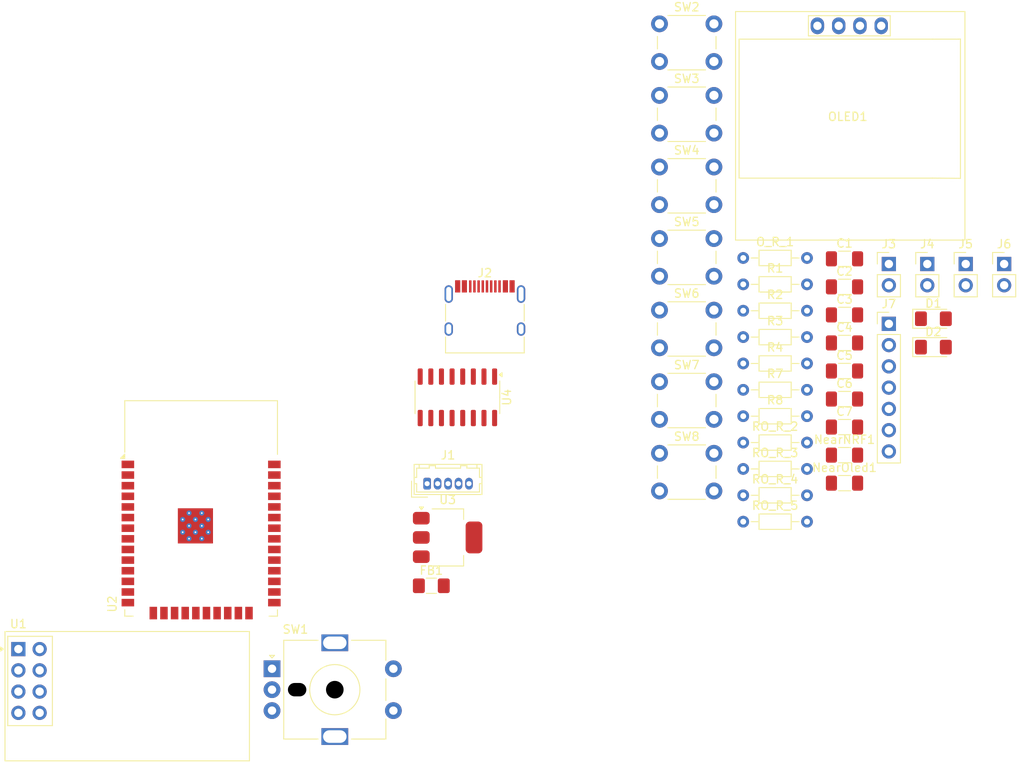
<source format=kicad_pcb>
(kicad_pcb (version 20241229) (generator "pcbnew") (generator_version "9.0")
  (layers (0 "F.Cu" signal) (2 "B.Cu" signal) (13 "F.Paste" user) (15 "B.Paste" user) (5 "F.SilkS" user "F.Silkscreen") (7 "B.SilkS" user "B.Silkscreen") (1 "F.Mask" user) (3 "B.Mask" user) (25 "Edge.Cuts" user))
  (net 0 "")
  (net 1 "GND")
  (net 2 "Net-(J2-SHIELD)")
  (net 3 "Net-(D1-A)")
  (net 4 "Net-(D2-A)")
  (net 5 "SET12")
  (net 6 "TXD12")
  (net 7 "RXD12")
  (net 8 "+5V")
  (net 9 "UD+")
  (net 10 "Net-(J2-CC1)")
  (net 11 "UD-")
  (net 13 "Net-(J2-CC2)")
  (net 15 "SCL")
  (net 16 "SDA")
  (net 17 "GP21")
  (net 18 "GP22")
  (net 19 "GP25")
  (net 29 "RST")
  (net 35 "MISO")
  (net 37 "RX")
  (net 38 "MOSI")
  (net 39 "GP5")
  (net 40 "GP12")
  (net 44 "IO2")
  (net 49 "IO0")
  (net 50 "SCK")
  (net 55 "TX")
  (net 58 "+3V3")
  (net 62 "Net-(J7-Pin_3)")
  (net 63 "Net-(J7-Pin_4)")
  (net 64 "Net-(U4-V3)")
  (net 65 "Net-(J7-Pin_1)")
  (net 66 "TXD")
  (net 67 "Net-(J7-Pin_5)")
  (net 69 "Net-(J7-Pin_2)")
  (net 70 "RXD")
  (net 71 "RS232")
  (net 72 "Net-(J7-Pin_6)")
  (footprint "Resistor_THT:R_Axial_DIN0204_L3.6mm_D1.6mm_P7.62mm_Horizontal" (layer "F.Cu") (at 201.04 64.13)
    (property "Reference" "R3" (at 3.81 -1.92 0) (layer "F.SilkS"))
    (property "Value" "330R")
    (pad "1" thru_hole circle (at 0 0) (size 1.4 1.4) (drill 0.7) (layers "*.Cu" "*.Mask") (net 3 "Net-(D1-A)"))
    (pad "2" thru_hole oval (at 7.62 0) (size 1.4 1.4) (drill 0.7) (layers "*.Cu" "*.Mask") (net 58 "+3V3"))
  )
  (footprint "RF_Module:ESP32-WROOM-32" (layer "F.Cu") (at 136.28 87.59)
    (property "Reference" "U2" (at -10.61 8.43 90) (layer "F.SilkS"))
    (property "Value" "ESP32-WROOM-32")
    (pad "1" smd rect (at -8.75 -8.25) (size 1.5 0.9) (layers "F.Cu" "F.Mask" "F.Paste") (net 1 "GND"))
    (pad "2" smd rect (at -8.75 -6.98) (size 1.5 0.9) (layers "F.Cu" "F.Mask" "F.Paste") (net 58 "+3V3"))
    (pad "3" smd rect (at -8.75 -5.71) (size 1.5 0.9) (layers "F.Cu" "F.Mask" "F.Paste") (net 29 "RST"))
    (pad "4" smd rect (at -8.75 -4.44) (size 1.5 0.9) (layers "F.Cu" "F.Mask" "F.Paste"))
    (pad "5" smd rect (at -8.75 -3.17) (size 1.5 0.9) (layers "F.Cu" "F.Mask" "F.Paste"))
    (pad "6" smd rect (at -8.75 -1.9) (size 1.5 0.9) (layers "F.Cu" "F.Mask" "F.Paste"))
    (pad "7" smd rect (at -8.75 -0.63) (size 1.5 0.9) (layers "F.Cu" "F.Mask" "F.Paste"))
    (pad "8" smd rect (at -8.75 0.64) (size 1.5 0.9) (layers "F.Cu" "F.Mask" "F.Paste"))
    (pad "9" smd rect (at -8.75 1.91) (size 1.5 0.9) (layers "F.Cu" "F.Mask" "F.Paste"))
    (pad "10" smd rect (at -8.75 3.18) (size 1.5 0.9) (layers "F.Cu" "F.Mask" "F.Paste") (net 19 "GP25"))
    (pad "11" smd rect (at -8.75 4.45) (size 1.5 0.9) (layers "F.Cu" "F.Mask" "F.Paste"))
    (pad "12" smd rect (at -8.75 5.72) (size 1.5 0.9) (layers "F.Cu" "F.Mask" "F.Paste"))
    (pad "13" smd rect (at -8.75 6.99) (size 1.5 0.9) (layers "F.Cu" "F.Mask" "F.Paste"))
    (pad "14" smd rect (at -8.75 8.26) (size 1.5 0.9) (layers "F.Cu" "F.Mask" "F.Paste") (net 40 "GP12"))
    (pad "15" smd rect (at -5.71 9.51 90) (size 1.5 0.9) (layers "F.Cu" "F.Mask" "F.Paste") (net 1 "GND"))
    (pad "16" smd rect (at -4.44 9.51 90) (size 1.5 0.9) (layers "F.Cu" "F.Mask" "F.Paste"))
    (pad "17" smd rect (at -3.17 9.51 90) (size 1.5 0.9) (layers "F.Cu" "F.Mask" "F.Paste"))
    (pad "18" smd rect (at -1.9 9.51 90) (size 1.5 0.9) (layers "F.Cu" "F.Mask" "F.Paste"))
    (pad "19" smd rect (at -0.63 9.51 90) (size 1.5 0.9) (layers "F.Cu" "F.Mask" "F.Paste"))
    (pad "20" smd rect (at 0.64 9.51 90) (size 1.5 0.9) (layers "F.Cu" "F.Mask" "F.Paste") (net 50 "SCK"))
    (pad "21" smd rect (at 1.91 9.51 90) (size 1.5 0.9) (layers "F.Cu" "F.Mask" "F.Paste"))
    (pad "22" smd rect (at 3.18 9.51 90) (size 1.5 0.9) (layers "F.Cu" "F.Mask" "F.Paste"))
    (pad "23" smd rect (at 4.45 9.51 90) (size 1.5 0.9) (layers "F.Cu" "F.Mask" "F.Paste"))
    (pad "24" smd rect (at 5.72 9.51 90) (size 1.5 0.9) (layers "F.Cu" "F.Mask" "F.Paste") (net 44 "IO2"))
    (pad "25" smd rect (at 8.75 8.26) (size 1.5 0.9) (layers "F.Cu" "F.Mask" "F.Paste") (net 49 "IO0"))
    (pad "26" smd rect (at 8.75 6.99) (size 1.5 0.9) (layers "F.Cu" "F.Mask" "F.Paste"))
    (pad "27" smd rect (at 8.75 5.72) (size 1.5 0.9) (layers "F.Cu" "F.Mask" "F.Paste") (net 7 "RXD12"))
    (pad "28" smd rect (at 8.75 4.45) (size 1.5 0.9) (layers "F.Cu" "F.Mask" "F.Paste") (net 6 "TXD12"))
    (pad "29" smd rect (at 8.75 3.18) (size 1.5 0.9) (layers "F.Cu" "F.Mask" "F.Paste") (net 39 "GP5"))
    (pad "30" smd rect (at 8.75 1.91) (size 1.5 0.9) (layers "F.Cu" "F.Mask" "F.Paste"))
    (pad "31" smd rect (at 8.75 0.64) (size 1.5 0.9) (layers "F.Cu" "F.Mask" "F.Paste") (net 35 "MISO"))
    (pad "32" smd rect (at 8.75 -0.63) (size 1.5 0.9) (layers "F.Cu" "F.Mask" "F.Paste"))
    (pad "33" smd rect (at 8.75 -1.9) (size 1.5 0.9) (layers "F.Cu" "F.Mask" "F.Paste") (net 17 "GP21"))
    (pad "34" smd rect (at 8.75 -3.17) (size 1.5 0.9) (layers "F.Cu" "F.Mask" "F.Paste") (net 37 "RX"))
    (pad "35" smd rect (at 8.75 -4.44) (size 1.5 0.9) (layers "F.Cu" "F.Mask" "F.Paste") (net 55 "TX"))
    (pad "36" smd rect (at 8.75 -5.71) (size 1.5 0.9) (layers "F.Cu" "F.Mask" "F.Paste") (net 18 "GP22"))
    (pad "37" smd rect (at 8.75 -6.98) (size 1.5 0.9) (layers "F.Cu" "F.Mask" "F.Paste") (net 38 "MOSI"))
    (pad "38" smd rect (at 8.75 -8.25) (size 1.5 0.9) (layers "F.Cu" "F.Mask" "F.Paste") (net 1 "GND"))
    (pad "39" smd rect (at -2.205 -2.435) (size 1.05 1.05) (layers "F.Cu" "F.Paste") (net 1 "GND"))
    (pad "39" thru_hole circle (at -2.205 -1.6725) (size 0.6 0.6) (drill 0.2) (property pad_prop_heatsink) (layers "*.Cu" "F.Mask") (net 1 "GND"))
    (pad "39" smd rect (at -2.205 -0.91) (size 1.05 1.05) (layers "F.Cu" "F.Paste") (net 1 "GND"))
    (pad "39" thru_hole circle (at -2.205 -0.1475) (size 0.6 0.6) (drill 0.2) (property pad_prop_heatsink) (layers "*.Cu" "F.Mask") (net 1 "GND"))
    (pad "39" smd rect (at -2.205 0.615) (size 1.05 1.05) (layers "F.Cu" "F.Paste") (net 1 "GND"))
    (pad "39" thru_hole circle (at -1.4425 -2.435) (size 0.6 0.6) (drill 0.2) (property pad_prop_heatsink) (layers "*.Cu" "F.Mask") (net 1 "GND"))
    (pad "39" thru_hole circle (at -1.4425 -0.91) (size 0.6 0.6) (drill 0.2) (property pad_prop_heatsink) (layers "*.Cu" "F.Mask") (net 1 "GND"))
    (pad "39" thru_hole circle (at -1.4425 0.615) (size 0.6 0.6) (drill 0.2) (property pad_prop_heatsink) (layers "*.Cu" "F.Mask") (net 1 "GND"))
    (pad "39" smd rect (at -0.68 -2.435) (size 1.05 1.05) (layers "F.Cu" "F.Paste") (net 1 "GND"))
    (pad "39" thru_hole circle (at -0.68 -1.6725) (size 0.6 0.6) (drill 0.2) (property pad_prop_heatsink) (layers "*.Cu" "F.Mask") (net 1 "GND"))
    (pad "39" smd rect (at -0.68 -0.91) (size 1.05 1.05) (layers "F.Cu" "F.Paste") (net 1 "GND"))
    (pad "39" smd rect (at -0.68 -0.91) (size 4.2 4.2) (property pad_prop_heatsink) (layers "F.Cu" "F.Mask") (net 1 "GND"))
    (pad "39" thru_hole circle (at -0.68 -0.1475) (size 0.6 0.6) (drill 0.2) (property pad_prop_heatsink) (layers "*.Cu" "F.Mask") (net 1 "GND"))
    (pad "39" smd rect (at -0.68 0.615) (size 1.05 1.05) (layers "F.Cu" "F.Paste") (net 1 "GND"))
    (pad "39" thru_hole circle (at 0.0825 -2.435) (size 0.6 0.6) (drill 0.2) (property pad_prop_heatsink) (layers "*.Cu" "F.Mask") (net 1 "GND"))
    (pad "39" thru_hole circle (at 0.0825 -0.91) (size 0.6 0.6) (drill 0.2) (property pad_prop_heatsink) (layers "*.Cu" "F.Mask") (net 1 "GND"))
    (pad "39" thru_hole circle (at 0.0825 0.615) (size 0.6 0.6) (drill 0.2) (property pad_prop_heatsink) (layers "*.Cu" "F.Mask") (net 1 "GND"))
    (pad "39" smd rect (at 0.845 -2.435) (size 1.05 1.05) (layers "F.Cu" "F.Paste") (net 1 "GND"))
    (pad "39" thru_hole circle (at 0.845 -1.6725) (size 0.6 0.6) (drill 0.2) (property pad_prop_heatsink) (layers "*.Cu" "F.Mask") (net 1 "GND"))
    (pad "39" smd rect (at 0.845 -0.91) (size 1.05 1.05) (layers "F.Cu" "F.Paste") (net 1 "GND"))
    (pad "39" thru_hole circle (at 0.845 -0.1475) (size 0.6 0.6) (drill 0.2) (property pad_prop_heatsink) (layers "*.Cu" "F.Mask") (net 1 "GND"))
    (pad "39" smd rect (at 0.845 0.615) (size 1.05 1.05) (layers "F.Cu" "F.Paste") (net 1 "GND"))
  )
  (footprint "Capacitor_SMD:C_1206_3216Metric_Pad1.33x1.80mm_HandSolder" (layer "F.Cu") (at 213.14 81.58)
    (property "Reference" "NearOled1" (at 0 -1.85 0) (layer "F.SilkS"))
    (property "Value" "22uF")
    (pad "1" smd roundrect (at -1.5625 0) (size 1.325 1.8) (layers "F.Cu" "F.Mask" "F.Paste") (roundrect_rratio 0.188679) (net 58 "+3V3"))
    (pad "2" smd roundrect (at 1.5625 0) (size 1.325 1.8) (layers "F.Cu" "F.Mask" "F.Paste") (roundrect_rratio 0.188679) (net 1 "GND"))
  )
  (footprint "Connector_PinHeader_2.54mm:PinHeader_1x02_P2.54mm_Vertical" (layer "F.Cu") (at 223.03 55.4)
    (property "Reference" "J4" (at 0 -2.38 0) (layer "F.SilkS"))
    (property "Value" "config")
    (pad "1" thru_hole rect (at 0 0) (size 1.7 1.7) (drill 1) (layers "*.Cu" "*.Mask") (net 37 "RX"))
    (pad "2" thru_hole circle (at 0 2.54) (size 1.7 1.7) (drill 1) (layers "*.Cu" "*.Mask") (net 55 "TX"))
  )
  (footprint "Connector_PinHeader_2.54mm:PinHeader_1x02_P2.54mm_Vertical" (layer "F.Cu") (at 218.44 55.4)
    (property "Reference" "J3" (at 0 -2.38 0) (layer "F.SilkS"))
    (property "Value" "seting")
    (pad "1" thru_hole rect (at 0 0) (size 1.7 1.7) (drill 1) (layers "*.Cu" "*.Mask") (net 37 "RX"))
    (pad "2" thru_hole circle (at 0 2.54) (size 1.7 1.7) (drill 1) (layers "*.Cu" "*.Mask") (net 55 "TX"))
  )
  (footprint "Package_TO_SOT_SMD:SOT-223-3_TabPin2" (layer "F.Cu") (at 165.73 88.065)
    (property "Reference" "U3" (at 0 -4.5 0) (layer "F.SilkS"))
    (property "Value" "AMS1117-3.3")
    (pad "1" smd roundrect (at -3.15 -2.3) (size 2 1.5) (layers "F.Cu" "F.Mask" "F.Paste") (net 1 "GND"))
    (pad "2" smd roundrect (at -3.15 0) (size 2 1.5) (layers "F.Cu" "F.Mask" "F.Paste") (net 58 "+3V3"))
    (pad "2" smd roundrect (at 3.15 0) (size 2 3.8) (layers "F.Cu" "F.Mask" "F.Paste") (net 58 "+3V3"))
    (pad "3" smd roundrect (at -3.15 2.3) (size 2 1.5) (layers "F.Cu" "F.Mask" "F.Paste") (net 8 "+5V"))
  )
  (footprint "Resistor_THT:R_Axial_DIN0204_L3.6mm_D1.6mm_P7.62mm_Horizontal" (layer "F.Cu") (at 201.04 76.73)
    (property "Reference" "RO_R_2" (at 3.81 -1.92 0) (layer "F.SilkS"))
    (property "Value" "4.8K")
    (pad "1" thru_hole circle (at 0 0) (size 1.4 1.4) (drill 0.7) (layers "*.Cu" "*.Mask") (net 15 "SCL"))
    (pad "2" thru_hole oval (at 7.62 0) (size 1.4 1.4) (drill 0.7) (layers "*.Cu" "*.Mask") (net 58 "+3V3"))
  )
  (footprint "Connector_Hirose:Hirose_DF13-05P-1.25DSA_1x05_P1.25mm_Vertical" (layer "F.Cu") (at 163.28 81.64)
    (property "Reference" "J1" (at 2.5 -3.4 0) (layer "F.SilkS"))
    (property "Value" "hc 12")
    (pad "1" thru_hole roundrect (at 0 0) (size 0.9 1.4) (drill 0.6) (layers "*.Cu" "*.Mask") (net 58 "+3V3"))
    (pad "2" thru_hole oval (at 1.25 0) (size 0.9 1.4) (drill 0.6) (layers "*.Cu" "*.Mask") (net 1 "GND"))
    (pad "3" thru_hole oval (at 2.5 0) (size 0.9 1.4) (drill 0.6) (layers "*.Cu" "*.Mask") (net 7 "RXD12"))
    (pad "4" thru_hole oval (at 3.75 0) (size 0.9 1.4) (drill 0.6) (layers "*.Cu" "*.Mask") (net 6 "TXD12"))
    (pad "5" thru_hole oval (at 5 0) (size 0.9 1.4) (drill 0.6) (layers "*.Cu" "*.Mask") (net 5 "SET12"))
  )
  (footprint "Button_Switch_THT:SW_PUSH_6mm" (layer "F.Cu") (at 191.04 52.36)
    (property "Reference" "SW5" (at 3.25 -2 0) (layer "F.SilkS"))
    (property "Value" "SW_Push_45deg")
    (pad "1" thru_hole circle (at 0 0 90) (size 2 2) (drill 1.1) (layers "*.Cu" "*.Mask"))
    (pad "1" thru_hole circle (at 6.5 0 90) (size 2 2) (drill 1.1) (layers "*.Cu" "*.Mask"))
    (pad "2" thru_hole circle (at 0 4.5 90) (size 2 2) (drill 1.1) (layers "*.Cu" "*.Mask"))
    (pad "2" thru_hole circle (at 6.5 4.5 90) (size 2 2) (drill 1.1) (layers "*.Cu" "*.Mask"))
  )
  (footprint "Resistor_THT:R_Axial_DIN0204_L3.6mm_D1.6mm_P7.62mm_Horizontal" (layer "F.Cu") (at 201.04 73.58)
    (property "Reference" "R8" (at 3.81 -1.92 0) (layer "F.SilkS"))
    (property "Value" "5.1K")
    (pad "1" thru_hole circle (at 0 0) (size 1.4 1.4) (drill 0.7) (layers "*.Cu" "*.Mask") (net 10 "Net-(J2-CC1)"))
    (pad "2" thru_hole oval (at 7.62 0) (size 1.4 1.4) (drill 0.7) (layers "*.Cu" "*.Mask") (net 1 "GND"))
  )
  (footprint "Resistor_THT:R_Axial_DIN0204_L3.6mm_D1.6mm_P7.62mm_Horizontal" (layer "F.Cu") (at 201.04 83.03)
    (property "Reference" "RO_R_4" (at 3.81 -1.92 0) (layer "F.SilkS"))
    (property "Value" "4.8K")
    (pad "1" thru_hole circle (at 0 0) (size 1.4 1.4) (drill 0.7) (layers "*.Cu" "*.Mask") (net 18 "GP22"))
    (pad "2" thru_hole oval (at 7.62 0) (size 1.4 1.4) (drill 0.7) (layers "*.Cu" "*.Mask") (net 58 "+3V3"))
  )
  (footprint "Package_SO:SOIC-16_3.9x9.9mm_P1.27mm" (layer "F.Cu") (at 166.895 71.325 -90)
    (property "Reference" "U4" (at 0 -5.9 90) (layer "F.SilkS"))
    (property "Value" "CH340C")
    (pad "1" smd roundrect (at -2.475 -4.445 270) (size 1.95 0.6) (layers "F.Cu" "F.Mask" "F.Paste") (net 1 "GND"))
    (pad "2" smd roundrect (at -2.475 -3.175 270) (size 1.95 0.6) (layers "F.Cu" "F.Mask" "F.Paste") (net 70 "RXD"))
    (pad "3" smd roundrect (at -2.475 -1.905 270) (size 1.95 0.6) (layers "F.Cu" "F.Mask" "F.Paste") (net 66 "TXD"))
    (pad "4" smd roundrect (at -2.475 -0.635 270) (size 1.95 0.6) (layers "F.Cu" "F.Mask" "F.Paste") (net 64 "Net-(U4-V3)"))
    (pad "5" smd roundrect (at -2.475 0.635 270) (size 1.95 0.6) (layers "F.Cu" "F.Mask" "F.Paste") (net 9 "UD+"))
    (pad "6" smd roundrect (at -2.475 1.905 270) (size 1.95 0.6) (layers "F.Cu" "F.Mask" "F.Paste") (net 11 "UD-"))
    (pad "7" smd roundrect (at -2.475 3.175 270) (size 1.95 0.6) (layers "F.Cu" "F.Mask" "F.Paste"))
    (pad "8" smd roundrect (at -2.475 4.445 270) (size 1.95 0.6) (layers "F.Cu" "F.Mask" "F.Paste"))
    (pad "9" smd roundrect (at 2.475 4.445 270) (size 1.95 0.6) (layers "F.Cu" "F.Mask" "F.Paste") (net 65 "Net-(J7-Pin_1)"))
    (pad "10" smd roundrect (at 2.475 3.175 270) (size 1.95 0.6) (layers "F.Cu" "F.Mask" "F.Paste") (net 69 "Net-(J7-Pin_2)"))
    (pad "11" smd roundrect (at 2.475 1.905 270) (size 1.95 0.6) (layers "F.Cu" "F.Mask" "F.Paste") (net 62 "Net-(J7-Pin_3)"))
    (pad "12" smd roundrect (at 2.475 0.635 270) (size 1.95 0.6) (layers "F.Cu" "F.Mask" "F.Paste") (net 63 "Net-(J7-Pin_4)"))
    (pad "13" smd roundrect (at 2.475 -0.635 270) (size 1.95 0.6) (layers "F.Cu" "F.Mask" "F.Paste") (net 67 "Net-(J7-Pin_5)"))
    (pad "14" smd roundrect (at 2.475 -1.905 270) (size 1.95 0.6) (layers "F.Cu" "F.Mask" "F.Paste") (net 72 "Net-(J7-Pin_6)"))
    (pad "15" smd roundrect (at 2.475 -3.175 270) (size 1.95 0.6) (layers "F.Cu" "F.Mask" "F.Paste") (net 71 "RS232"))
    (pad "16" smd roundrect (at 2.475 -4.445 270) (size 1.95 0.6) (layers "F.Cu" "F.Mask" "F.Paste") (net 58 "+3V3"))
  )
  (footprint "Inductor_SMD:L_1206_3216Metric_Pad1.42x1.75mm_HandSolder" (layer "F.Cu") (at 163.78 93.84)
    (property "Reference" "FB1" (at 0 -1.83 0) (layer "F.SilkS"))
    (property "Value" "FerriteBead")
    (pad "1" smd roundrect (at -1.4875 0) (size 1.425 1.75) (layers "F.Cu" "F.Mask" "F.Paste") (roundrect_rratio 0.175439) (net 2 "Net-(J2-SHIELD)"))
    (pad "2" smd roundrect (at 1.4875 0) (size 1.425 1.75) (layers "F.Cu" "F.Mask" "F.Paste") (roundrect_rratio 0.175439) (net 1 "GND"))
  )
  (footprint "Capacitor_SMD:C_1206_3216Metric_Pad1.33x1.80mm_HandSolder" (layer "F.Cu") (at 213.14 54.78)
    (property "Reference" "C1" (at 0 -1.85 0) (layer "F.SilkS"))
    (property "Value" "0.1uF")
    (pad "1" smd roundrect (at -1.5625 0) (size 1.325 1.8) (layers "F.Cu" "F.Mask" "F.Paste") (roundrect_rratio 0.188679) (net 29 "RST"))
    (pad "2" smd roundrect (at 1.5625 0) (size 1.325 1.8) (layers "F.Cu" "F.Mask" "F.Paste") (roundrect_rratio 0.188679) (net 1 "GND"))
  )
  (footprint "RF_Module:nRF24L01_Breakout" (layer "F.Cu") (at 114.451 101.4)
    (property "Reference" "U1" (at 0 -3 0) (layer "F.SilkS"))
    (property "Value" "NRF24L01_Breakout")
    (pad "1" thru_hole rect (at 0 0) (size 1.7 1.7) (drill 1) (layers "*.Cu" "*.Mask") (net 1 "GND"))
    (pad "2" thru_hole circle (at 2.54 0) (size 1.7 1.7) (drill 1) (layers "*.Cu" "*.Mask") (net 58 "+3V3"))
    (pad "3" thru_hole circle (at 0 2.54) (size 1.7 1.7) (drill 1) (layers "*.Cu" "*.Mask") (net 40 "GP12"))
    (pad "4" thru_hole circle (at 2.54 2.54) (size 1.7 1.7) (drill 1) (layers "*.Cu" "*.Mask") (net 39 "GP5"))
    (pad "5" thru_hole circle (at 0 5.08) (size 1.7 1.7) (drill 1) (layers "*.Cu" "*.Mask") (net 50 "SCK"))
    (pad "6" thru_hole circle (at 2.54 5.08) (size 1.7 1.7) (drill 1) (layers "*.Cu" "*.Mask") (net 38 "MOSI"))
    (pad "7" thru_hole circle (at 0 7.62) (size 1.7 1.7) (drill 1) (layers "*.Cu" "*.Mask") (net 35 "MISO"))
    (pad "8" thru_hole circle (at 2.54 7.62) (size 1.7 1.7) (drill 1) (layers "*.Cu" "*.Mask"))
  )
  (footprint "Resistor_THT:R_Axial_DIN0204_L3.6mm_D1.6mm_P7.62mm_Horizontal" (layer "F.Cu") (at 201.04 67.28)
    (property "Reference" "R4" (at 3.81 -1.92 0) (layer "F.SilkS"))
    (property "Value" "1K")
    (pad "1" thru_hole circle (at 0 0) (size 1.4 1.4) (drill 0.7) (layers "*.Cu" "*.Mask") (net 4 "Net-(D2-A)"))
    (pad "2" thru_hole oval (at 7.62 0) (size 1.4 1.4) (drill 0.7) (layers "*.Cu" "*.Mask") (net 8 "+5V"))
  )
  (footprint "Connector_PinHeader_2.54mm:PinHeader_1x02_P2.54mm_Vertical" (layer "F.Cu") (at 227.62 55.4)
    (property "Reference" "J5" (at 0 -2.38 0) (layer "F.SilkS"))
    (property "Value" "seting")
    (pad "1" thru_hole rect (at 0 0) (size 1.7 1.7) (drill 1) (layers "*.Cu" "*.Mask") (net 66 "TXD"))
    (pad "2" thru_hole circle (at 0 2.54) (size 1.7 1.7) (drill 1) (layers "*.Cu" "*.Mask") (net 66 "TXD"))
  )
  (footprint "Capacitor_SMD:C_1206_3216Metric_Pad1.33x1.80mm_HandSolder" (layer "F.Cu") (at 213.14 68.18)
    (property "Reference" "C5" (at 0 -1.85 0) (layer "F.SilkS"))
    (property "Value" "22uF")
    (pad "1" smd roundrect (at -1.5625 0) (size 1.325 1.8) (layers "F.Cu" "F.Mask" "F.Paste") (roundrect_rratio 0.188679) (net 8 "+5V"))
    (pad "2" smd roundrect (at 1.5625 0) (size 1.325 1.8) (layers "F.Cu" "F.Mask" "F.Paste") (roundrect_rratio 0.188679) (net 1 "GND"))
  )
  (footprint "Button_Switch_THT:SW_PUSH_6mm" (layer "F.Cu") (at 191.04 78.01)
    (property "Reference" "SW8" (at 3.25 -2 0) (layer "F.SilkS"))
    (property "Value" "RESET")
    (pad "1" thru_hole circle (at 0 0 90) (size 2 2) (drill 1.1) (layers "*.Cu" "*.Mask") (net 1 "GND"))
    (pad "1" thru_hole circle (at 6.5 0 90) (size 2 2) (drill 1.1) (layers "*.Cu" "*.Mask") (net 1 "GND"))
    (pad "2" thru_hole circle (at 0 4.5 90) (size 2 2) (drill 1.1) (layers "*.Cu" "*.Mask") (net 49 "IO0"))
    (pad "2" thru_hole circle (at 6.5 4.5 90) (size 2 2) (drill 1.1) (layers "*.Cu" "*.Mask") (net 49 "IO0"))
  )
  (footprint "Connector_USB:USB_C_Receptacle_HRO_TYPE-C-31-M-12" (layer "F.Cu") (at 170.18 62.12)
    (property "Reference" "J2" (at 0 -5.645 0) (layer "F.SilkS"))
    (property "Value" "USB_C_Receptacle_USB2.0_16P")
    (pad "" np_thru_hole circle (at -2.89 -2.6) (size 0.65 0.65) (drill 0.65) (layers "*.Cu" "*.Mask"))
    (pad "" np_thru_hole circle (at 2.89 -2.6) (size 0.65 0.65) (drill 0.65) (layers "*.Cu" "*.Mask"))
    (pad "A1" smd rect (at -3.25 -4.045) (size 0.6 1.45) (layers "F.Cu" "F.Mask" "F.Paste") (net 1 "GND"))
    (pad "A4" smd rect (at -2.45 -4.045) (size 0.6 1.45) (layers "F.Cu" "F.Mask" "F.Paste") (net 8 "+5V"))
    (pad "A5" smd rect (at -1.25 -4.045) (size 0.3 1.45) (layers "F.Cu" "F.Mask" "F.Paste") (net 10 "Net-(J2-CC1)"))
    (pad "A6" smd rect (at -0.25 -4.045) (size 0.3 1.45) (layers "F.Cu" "F.Mask" "F.Paste") (net 9 "UD+"))
    (pad "A7" smd rect (at 0.25 -4.045) (size 0.3 1.45) (layers "F.Cu" "F.Mask" "F.Paste") (net 11 "UD-"))
    (pad "A8" smd rect (at 1.25 -4.045) (size 0.3 1.45) (layers "F.Cu" "F.Mask" "F.Paste"))
    (pad "A9" smd rect (at 2.45 -4.045) (size 0.6 1.45) (layers "F.Cu" "F.Mask" "F.Paste") (net 8 "+5V"))
    (pad "A12" smd rect (at 3.25 -4.045) (size 0.6 1.45) (layers "F.Cu" "F.Mask" "F.Paste") (net 1 "GND"))
    (pad "B1" smd rect (at 3.25 -4.045) (size 0.6 1.45) (layers "F.Cu" "F.Mask" "F.Paste") (net 1 "GND"))
    (pad "B4" smd rect (at 2.45 -4.045) (size 0.6 1.45) (layers "F.Cu" "F.Mask" "F.Paste") (net 8 "+5V"))
    (pad "B5" smd rect (at 1.75 -4.045) (size 0.3 1.45) (layers "F.Cu" "F.Mask" "F.Paste") (net 13 "Net-(J2-CC2)"))
    (pad "B6" smd rect (at 0.75 -4.045) (size 0.3 1.45) (layers "F.Cu" "F.Mask" "F.Paste") (net 9 "UD+"))
    (pad "B7" smd rect (at -0.75 -4.045) (size 0.3 1.45) (layers "F.Cu" "F.Mask" "F.Paste") (net 11 "UD-"))
    (pad "B8" smd rect (at -1.75 -4.045) (size 0.3 1.45) (layers "F.Cu" "F.Mask" "F.Paste"))
    (pad "B9" smd rect (at -2.45 -4.045) (size 0.6 1.45) (layers "F.Cu" "F.Mask" "F.Paste") (net 8 "+5V"))
    (pad "B12" smd rect (at -3.25 -4.045) (size 0.6 1.45) (layers "F.Cu" "F.Mask" "F.Paste") (net 1 "GND"))
    (pad "S1" thru_hole oval (at -4.32 -3.13) (size 1 2.1) (drill oval 0.6 1.7) (property pad_prop_heatsink) (layers "*.Cu" "*.Mask") (net 2 "Net-(J2-SHIELD)"))
    (pad "S1" thru_hole oval (at -4.32 1.05) (size 1 1.6) (drill oval 0.6 1.2) (property pad_prop_heatsink) (layers "*.Cu" "*.Mask") (net 2 "Net-(J2-SHIELD)"))
    (pad "S1" thru_hole oval (at 4.32 -3.13) (size 1 2.1) (drill oval 0.6 1.7) (property pad_prop_heatsink) (layers "*.Cu" "*.Mask") (net 2 "Net-(J2-SHIELD)"))
    (pad "S1" thru_hole oval (at 4.32 1.05) (size 1 1.6) (drill oval 0.6 1.2) (property pad_prop_heatsink) (layers "*.Cu" "*.Mask") (net 2 "Net-(J2-SHIELD)"))
  )
  (footprint "Resistor_THT:R_Axial_DIN0204_L3.6mm_D1.6mm_P7.62mm_Horizontal" (layer "F.Cu") (at 201.04 86.18)
    (property "Reference" "RO_R_5" (at 3.81 -1.92 0) (layer "F.SilkS"))
    (property "Value" "4.8K")
    (pad "1" thru_hole circle (at 0 0) (size 1.4 1.4) (drill 0.7) (layers "*.Cu" "*.Mask") (net 19 "GP25"))
    (pad "2" thru_hole oval (at 7.62 0) (size 1.4 1.4) (drill 0.7) (layers "*.Cu" "*.Mask") (net 58 "+3V3"))
  )
  (footprint "Rotary_Encoder:RotaryEncoder_Alps_EC11E-Switch_Vertical_H20mm_MountingHoles" (layer "F.Cu") (at 144.75 103.75)
    (property "Reference" "SW1" (at 2.8 -4.7 0) (layer "F.SilkS"))
    (property "Value" "RE")
    (pad "" np_thru_hole oval (at 3 2.5) (size 2.2 1.6) (drill oval 2.2 1.6) (layers "*.Mask"))
    (pad "" np_thru_hole circle (at 7.5 2.5) (size 2.1 2.1) (drill 2.1) (layers "*.Mask"))
    (pad "A" thru_hole rect (at 0 0) (size 2 2) (drill 1) (layers "*.Cu" "*.Mask") (net 18 "GP22"))
    (pad "B" thru_hole circle (at 0 5) (size 2 2) (drill 1) (layers "*.Cu" "*.Mask") (net 19 "GP25"))
    (pad "C" thru_hole circle (at 0 2.5) (size 2 2) (drill 1) (layers "*.Cu" "*.Mask") (net 1 "GND"))
    (pad "MP" thru_hole rect (at 7.5 -3.1) (size 3.2 2) (drill oval 2.8 1.5) (layers "*.Cu" "*.Mask") (net 1 "GND"))
    (pad "MP" thru_hole rect (at 7.5 8.1) (size 3.2 2) (drill oval 2.8 1.5) (layers "*.Cu" "*.Mask") (net 1 "GND"))
    (pad "S1" thru_hole circle (at 14.5 5) (size 2 2) (drill 1) (layers "*.Cu" "*.Mask") (net 17 "GP21"))
    (pad "S2" thru_hole circle (at 14.5 0) (size 2 2) (drill 1) (layers "*.Cu" "*.Mask") (net 1 "GND"))
  )
  (footprint "Button_Switch_THT:SW_PUSH_6mm" (layer "F.Cu") (at 191.04 60.91)
    (property "Reference" "SW6" (at 3.25 -2 0) (layer "F.SilkS"))
    (property "Value" "SW_Push_45deg")
    (pad "1" thru_hole circle (at 0 0 90) (size 2 2) (drill 1.1) (layers "*.Cu" "*.Mask"))
    (pad "1" thru_hole circle (at 6.5 0 90) (size 2 2) (drill 1.1) (layers "*.Cu" "*.Mask"))
    (pad "2" thru_hole circle (at 0 4.5 90) (size 2 2) (drill 1.1) (layers "*.Cu" "*.Mask"))
    (pad "2" thru_hole circle (at 6.5 4.5 90) (size 2 2) (drill 1.1) (layers "*.Cu" "*.Mask"))
  )
  (footprint "Resistor_THT:R_Axial_DIN0204_L3.6mm_D1.6mm_P7.62mm_Horizontal" (layer "F.Cu") (at 201.04 79.88)
    (property "Reference" "RO_R_3" (at 3.81 -1.92 0) (layer "F.SilkS"))
    (property "Value" "4.8K")
    (pad "1" thru_hole circle (at 0 0) (size 1.4 1.4) (drill 0.7) (layers "*.Cu" "*.Mask") (net 17 "GP21"))
    (pad "2" thru_hole oval (at 7.62 0) (size 1.4 1.4) (drill 0.7) (layers "*.Cu" "*.Mask") (net 58 "+3V3"))
  )
  (footprint "Capacitor_SMD:C_1206_3216Metric_Pad1.33x1.80mm_HandSolder" (layer "F.Cu") (at 213.14 58.13)
    (property "Reference" "C2" (at 0 -1.85 0) (layer "F.SilkS"))
    (property "Value" "0.1uF")
    (pad "1" smd roundrect (at -1.5625 0) (size 1.325 1.8) (layers "F.Cu" "F.Mask" "F.Paste") (roundrect_rratio 0.188679) (net 58 "+3V3"))
    (pad "2" smd roundrect (at 1.5625 0) (size 1.325 1.8) (layers "F.Cu" "F.Mask" "F.Paste") (roundrect_rratio 0.188679) (net 1 "GND"))
  )
  (footprint "Capacitor_SMD:C_1206_3216Metric_Pad1.33x1.80mm_HandSolder" (layer "F.Cu") (at 213.14 71.53)
    (property "Reference" "C6" (at 0 -1.85 0) (layer "F.SilkS"))
    (property "Value" "22uF")
    (pad "1" smd roundrect (at -1.5625 0) (size 1.325 1.8) (layers "F.Cu" "F.Mask" "F.Paste") (roundrect_rratio 0.188679) (net 58 "+3V3"))
    (pad "2" smd roundrect (at 1.5625 0) (size 1.325 1.8) (layers "F.Cu" "F.Mask" "F.Paste") (roundrect_rratio 0.188679) (net 1 "GND"))
  )
  (footprint "Button_Switch_THT:SW_PUSH_6mm" (layer "F.Cu") (at 191.04 35.26)
    (property "Reference" "SW3" (at 3.25 -2 0) (layer "F.SilkS"))
    (property "Value" "SW_Push_45deg")
    (pad "1" thru_hole circle (at 0 0 90) (size 2 2) (drill 1.1) (layers "*.Cu" "*.Mask"))
    (pad "1" thru_hole circle (at 6.5 0 90) (size 2 2) (drill 1.1) (layers "*.Cu" "*.Mask"))
    (pad "2" thru_hole circle (at 0 4.5 90) (size 2 2) (drill 1.1) (layers "*.Cu" "*.Mask"))
    (pad "2" thru_hole circle (at 6.5 4.5 90) (size 2 2) (drill 1.1) (layers "*.Cu" "*.Mask"))
  )
  (footprint "LED_SMD:LED_1206_3216Metric_Pad1.42x1.75mm_HandSolder" (layer "F.Cu") (at 223.755 61.94)
    (property "Reference" "D1" (at 0 -1.83 0) (layer "F.SilkS"))
    (property "Value" "LED")
    (pad "1" smd roundrect (at -1.4875 0) (size 1.425 1.75) (layers "F.Cu" "F.Mask" "F.Paste") (roundrect_rratio 0.175439) (net 1 "GND"))
    (pad "2" smd roundrect (at 1.4875 0) (size 1.425 1.75) (layers "F.Cu" "F.Mask" "F.Paste") (roundrect_rratio 0.175439) (net 3 "Net-(D1-A)"))
  )
  (footprint "Button_Switch_THT:SW_PUSH_6mm" (layer "F.Cu") (at 191.04 43.81)
    (property "Reference" "SW4" (at 3.25 -2 0) (layer "F.SilkS"))
    (property "Value" "SW_Push_45deg")
    (pad "1" thru_hole circle (at 0 0 90) (size 2 2) (drill 1.1) (layers "*.Cu" "*.Mask"))
    (pad "1" thru_hole circle (at 6.5 0 90) (size 2 2) (drill 1.1) (layers "*.Cu" "*.Mask"))
    (pad "2" thru_hole circle (at 0 4.5 90) (size 2 2) (drill 1.1) (layers "*.Cu" "*.Mask"))
    (pad "2" thru_hole circle (at 6.5 4.5 90) (size 2 2) (drill 1.1) (layers "*.Cu" "*.Mask"))
  )
  (footprint "Resistor_THT:R_Axial_DIN0204_L3.6mm_D1.6mm_P7.62mm_Horizontal" (layer "F.Cu") (at 201.04 54.68)
    (property "Reference" "O_R_1" (at 3.81 -1.92 0) (layer "F.SilkS"))
    (property "Value" "4.8K")
    (pad "1" thru_hole circle (at 0 0) (size 1.4 1.4) (drill 0.7) (layers "*.Cu" "*.Mask") (net 16 "SDA"))
    (pad "2" thru_hole oval (at 7.62 0) (size 1.4 1.4) (drill 0.7) (layers "*.Cu" "*.Mask") (net 58 "+3V3"))
  )
  (footprint "Capacitor_SMD:C_1206_3216Metric_Pad1.33x1.80mm_HandSolder" (layer "F.Cu") (at 213.14 74.88)
    (property "Reference" "C7" (at 0 -1.85 0) (layer "F.SilkS"))
    (property "Value" "22uF")
    (pad "1" smd roundrect (at -1.5625 0) (size 1.325 1.8) (layers "F.Cu" "F.Mask" "F.Paste") (roundrect_rratio 0.188679) (net 1 "GND"))
    (pad "2" smd roundrect (at 1.5625 0) (size 1.325 1.8) (layers "F.Cu" "F.Mask" "F.Paste") (roundrect_rratio 0.188679) (net 64 "Net-(U4-V3)"))
  )
  (footprint "Button_Switch_THT:SW_PUSH_6mm" (layer "F.Cu") (at 191.04 69.46)
    (property "Reference" "SW7" (at 3.25 -2 0) (layer "F.SilkS"))
    (property "Value" "RESET")
    (pad "1" thru_hole circle (at 0 0 90) (size 2 2) (drill 1.1) (layers "*.Cu" "*.Mask") (net 1 "GND"))
    (pad "1" thru_hole circle (at 6.5 0 90) (size 2 2) (drill 1.1) (layers "*.Cu" "*.Mask") (net 1 "GND"))
    (pad "2" thru_hole circle (at 0 4.5 90) (size 2 2) (drill 1.1) (layers "*.Cu" "*.Mask") (net 29 "RST"))
    (pad "2" thru_hole circle (at 6.5 4.5 90) (size 2 2) (drill 1.1) (layers "*.Cu" "*.Mask") (net 29 "RST"))
  )
  (footprint "Connector_PinHeader_2.54mm:PinHeader_1x02_P2.54mm_Vertical" (layer "F.Cu") (at 232.21 55.4)
    (property "Reference" "J6" (at 0 -2.38 0) (layer "F.SilkS"))
    (property "Value" "seting")
    (pad "1" thru_hole rect (at 0 0) (size 1.7 1.7) (drill 1) (layers "*.Cu" "*.Mask") (net 70 "RXD"))
    (pad "2" thru_hole circle (at 0 2.54) (size 1.7 1.7) (drill 1) (layers "*.Cu" "*.Mask") (net 70 "RXD"))
  )
  (footprint "SSD1306:128x64OLED" (layer "F.Cu") (at 213.525 37.545)
    (property "Reference" "OLED1" (at 0 0.254 0) (layer "F.SilkS"))
    (property "Value" "0.96\"")
    (pad "1" thru_hole oval (at -3.62 -10.6 90) (size 2 1.6) (drill 1) (layers "*.Cu" "*.Mask") (net 1 "GND"))
    (pad "2" thru_hole oval (at -1.08 -10.6 90) (size 2 1.6) (drill 1) (layers "*.Cu" "*.Mask") (net 58 "+3V3"))
    (pad "3" thru_hole oval (at 1.46 -10.6 90) (size 2 1.6) (drill 1) (layers "*.Cu" "*.Mask") (net 15 "SCL"))
    (pad "4" thru_hole oval (at 4 -10.6 90) (size 2 1.6) (drill 1) (layers "*.Cu" "*.Mask") (net 16 "SDA"))
  )
  (footprint "Connector_PinHeader_2.54mm:PinHeader_1x07_P2.54mm_Vertical" (layer "F.Cu") (at 218.44 62.55)
    (property "Reference" "J7" (at 0 -2.38 0) (layer "F.SilkS"))
    (property "Value" "Conn_01x07_Pin")
    (pad "1" thru_hole rect (at 0 0) (size 1.7 1.7) (drill 1) (layers "*.Cu" "*.Mask") (net 65 "Net-(J7-Pin_1)"))
    (pad "2" thru_hole circle (at 0 2.54) (size 1.7 1.7) (drill 1) (layers "*.Cu" "*.Mask") (net 69 "Net-(J7-Pin_2)"))
    (pad "3" thru_hole circle (at 0 5.08) (size 1.7 1.7) (drill 1) (layers "*.Cu" "*.Mask") (net 62 "Net-(J7-Pin_3)"))
    (pad "4" thru_hole circle (at 0 7.62) (size 1.7 1.7) (drill 1) (layers "*.Cu" "*.Mask") (net 63 "Net-(J7-Pin_4)"))
    (pad "5" thru_hole circle (at 0 10.16) (size 1.7 1.7) (drill 1) (layers "*.Cu" "*.Mask") (net 67 "Net-(J7-Pin_5)"))
    (pad "6" thru_hole circle (at 0 12.7) (size 1.7 1.7) (drill 1) (layers "*.Cu" "*.Mask") (net 72 "Net-(J7-Pin_6)"))
    (pad "7" thru_hole circle (at 0 15.24) (size 1.7 1.7) (drill 1) (layers "*.Cu" "*.Mask") (net 71 "RS232"))
  )
  (footprint "Capacitor_SMD:C_1206_3216Metric_Pad1.33x1.80mm_HandSolder" (layer "F.Cu") (at 213.14 61.48)
    (property "Reference" "C3" (at 0 -1.85 0) (layer "F.SilkS"))
    (property "Value" "22uF")
    (pad "1" smd roundrect (at -1.5625 0) (size 1.325 1.8) (layers "F.Cu" "F.Mask" "F.Paste") (roundrect_rratio 0.188679) (net 58 "+3V3"))
    (pad "2" smd roundrect (at 1.5625 0) (size 1.325 1.8) (layers "F.Cu" "F.Mask" "F.Paste") (roundrect_rratio 0.188679) (net 1 "GND"))
  )
  (footprint "Button_Switch_THT:SW_PUSH_6mm" (layer "F.Cu") (at 191.04 26.71)
    (property "Reference" "SW2" (at 3.25 -2 0) (layer "F.SilkS"))
    (property "Value" "talk2push")
    (pad "1" thru_hole circle (at 0 0 90) (size 2 2) (drill 1.1) (layers "*.Cu" "*.Mask"))
    (pad "1" thru_hole circle (at 6.5 0 90) (size 2 2) (drill 1.1) (layers "*.Cu" "*.Mask"))
    (pad "2" thru_hole circle (at 0 4.5 90) (size 2 2) (drill 1.1) (layers "*.Cu" "*.Mask"))
    (pad "2" thru_hole circle (at 6.5 4.5 90) (size 2 2) (drill 1.1) (layers "*.Cu" "*.Mask"))
  )
  (footprint "Resistor_THT:R_Axial_DIN0204_L3.6mm_D1.6mm_P7.62mm_Horizontal" (layer "F.Cu") (at 201.04 60.98)
    (property "Reference" "R2" (at 3.81 -1.92 0) (layer "F.SilkS"))
    (property "Value" "10k")
    (pad "1" thru_hole circle (at 0 0) (size 1.4 1.4) (drill 0.7) (layers "*.Cu" "*.Mask") (net 49 "IO0"))
    (pad "2" thru_hole oval (at 7.62 0) (size 1.4 1.4) (drill 0.7) (layers "*.Cu" "*.Mask") (net 58 "+3V3"))
  )
  (footprint "Resistor_THT:R_Axial_DIN0204_L3.6mm_D1.6mm_P7.62mm_Horizontal" (layer "F.Cu") (at 201.04 57.83)
    (property "Reference" "R1" (at 3.81 -1.92 0) (layer "F.SilkS"))
    (property "Value" "10k")
    (pad "1" thru_hole circle (at 0 0) (size 1.4 1.4) (drill 0.7) (layers "*.Cu" "*.Mask") (net 29 "RST"))
    (pad "2" thru_hole oval (at 7.62 0) (size 1.4 1.4) (drill 0.7) (layers "*.Cu" "*.Mask") (net 58 "+3V3"))
  )
  (footprint "Resistor_THT:R_Axial_DIN0204_L3.6mm_D1.6mm_P7.62mm_Horizontal" (layer "F.Cu") (at 201.04 70.43)
    (property "Reference" "R7" (at 3.81 -1.92 0) (layer "F.SilkS"))
    (property "Value" "5.1K")
    (pad "1" thru_hole circle (at 0 0) (size 1.4 1.4) (drill 0.7) (layers "*.Cu" "*.Mask") (net 13 "Net-(J2-CC2)"))
    (pad "2" thru_hole oval (at 7.62 0) (size 1.4 1.4) (drill 0.7) (layers "*.Cu" "*.Mask") (net 1 "GND"))
  )
  (footprint "Capacitor_SMD:C_1206_3216Metric_Pad1.33x1.80mm_HandSolder" (layer "F.Cu") (at 213.14 78.23)
    (property "Reference" "NearNRF1" (at 0 -1.85 0) (layer "F.SilkS"))
    (property "Value" "22uF")
    (pad "1" smd roundrect (at -1.5625 0) (size 1.325 1.8) (layers "F.Cu" "F.Mask" "F.Paste") (roundrect_rratio 0.188679) (net 58 "+3V3"))
    (pad "2" smd roundrect (at 1.5625 0) (size 1.325 1.8) (layers "F.Cu" "F.Mask" "F.Paste") (roundrect_rratio 0.188679) (net 1 "GND"))
  )
  (footprint "LED_SMD:LED_1206_3216Metric_Pad1.42x1.75mm_HandSolder" (layer "F.Cu") (at 223.755 65.33)
    (property "Reference" "D2" (at 0 -1.83 0) (layer "F.SilkS"))
    (property "Value" "LED")
    (pad "1" smd roundrect (at -1.4875 0) (size 1.425 1.75) (layers "F.Cu" "F.Mask" "F.Paste") (roundrect_rratio 0.175439) (net 1 "GND"))
    (pad "2" smd roundrect (at 1.4875 0) (size 1.425 1.75) (layers "F.Cu" "F.Mask" "F.Paste") (roundrect_rratio 0.175439) (net 4 "Net-(D2-A)"))
  )
  (footprint "Capacitor_SMD:C_1206_3216Metric_Pad1.33x1.80mm_HandSolder" (layer "F.Cu") (at 213.14 64.83)
    (property "Reference" "C4" (at 0 -1.85 0) (layer "F.SilkS"))
    (property "Value" "0.1uF")
    (pad "1" smd roundrect (at -1.5625 0) (size 1.325 1.8) (layers "F.Cu" "F.Mask" "F.Paste") (roundrect_rratio 0.188679) (net 49 "IO0"))
    (pad "2" smd roundrect (at 1.5625 0) (size 1.325 1.8) (layers "F.Cu" "F.Mask" "F.Paste") (roundrect_rratio 0.188679) (net 1 "GND"))
  )
)
</source>
